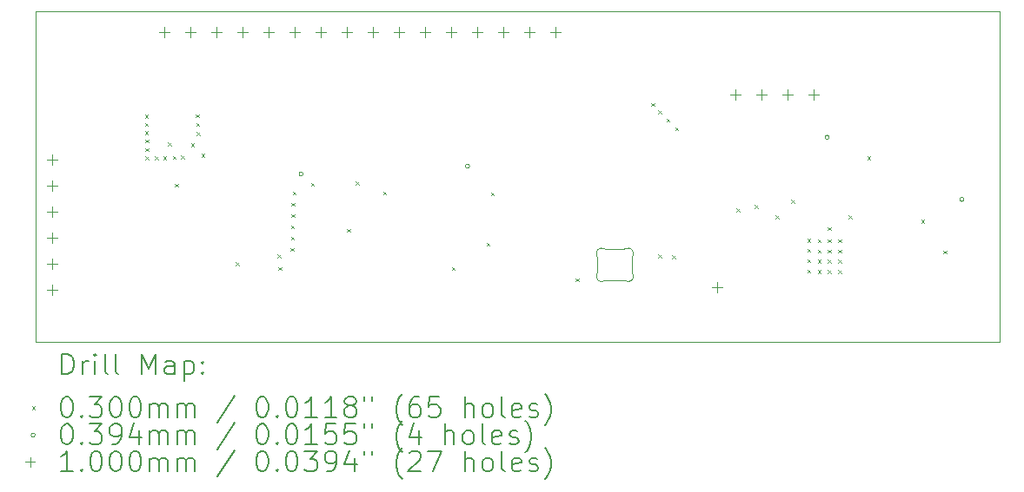
<source format=gbr>
%TF.GenerationSoftware,KiCad,Pcbnew,8.0.1*%
%TF.CreationDate,2024-04-21T21:17:50-05:00*%
%TF.ProjectId,uC_test_PCB,75435f74-6573-4745-9f50-43422e6b6963,rev?*%
%TF.SameCoordinates,Original*%
%TF.FileFunction,Drillmap*%
%TF.FilePolarity,Positive*%
%FSLAX45Y45*%
G04 Gerber Fmt 4.5, Leading zero omitted, Abs format (unit mm)*
G04 Created by KiCad (PCBNEW 8.0.1) date 2024-04-21 21:17:50*
%MOMM*%
%LPD*%
G01*
G04 APERTURE LIST*
%ADD10C,0.050000*%
%ADD11C,0.100000*%
%ADD12C,0.200000*%
G04 APERTURE END LIST*
D10*
X10378440Y-9829800D02*
X19766280Y-9829800D01*
X19766280Y-13055600D01*
X10378440Y-13055600D01*
X10378440Y-9829800D01*
D11*
X15852648Y-12371811D02*
X15852648Y-12231242D01*
X15943203Y-12151527D02*
X16102093Y-12151527D01*
X16102093Y-12451527D02*
X15943203Y-12451527D01*
X16192648Y-12231242D02*
X16192648Y-12371811D01*
X15847700Y-12209555D02*
G75*
G02*
X15852648Y-12231242I-44982J-21672D01*
G01*
X15847700Y-12209555D02*
G75*
G02*
X15917977Y-12144697I45052J21687D01*
G01*
X15852648Y-12371811D02*
G75*
G02*
X15847700Y-12393499I-50035J8D01*
G01*
X15917977Y-12458356D02*
G75*
G02*
X15847696Y-12393497I-25229J43170D01*
G01*
X15917977Y-12458357D02*
G75*
G02*
X15943203Y-12451527I25216J-43133D01*
G01*
X15943203Y-12151527D02*
G75*
G02*
X15917977Y-12144697I-9J49969D01*
G01*
X16102093Y-12451527D02*
G75*
G02*
X16127319Y-12458357I9J-49967D01*
G01*
X16127319Y-12144697D02*
G75*
G02*
X16102093Y-12151527I-25234J43200D01*
G01*
X16127319Y-12144697D02*
G75*
G02*
X16197596Y-12209555I25229J-43166D01*
G01*
X16192648Y-12231242D02*
G75*
G02*
X16197596Y-12209555I50035J-8D01*
G01*
X16197596Y-12393499D02*
G75*
G02*
X16127319Y-12458357I-45052J-21687D01*
G01*
X16197597Y-12393499D02*
G75*
G02*
X16192648Y-12371811I45015J21679D01*
G01*
D12*
D11*
X11445173Y-10836187D02*
X11475173Y-10866187D01*
X11475173Y-10836187D02*
X11445173Y-10866187D01*
X11445173Y-10917467D02*
X11475173Y-10947467D01*
X11475173Y-10917467D02*
X11445173Y-10947467D01*
X11445173Y-10998747D02*
X11475173Y-11028747D01*
X11475173Y-10998747D02*
X11445173Y-11028747D01*
X11450253Y-11080027D02*
X11480253Y-11110027D01*
X11480253Y-11080027D02*
X11450253Y-11110027D01*
X11450253Y-11161307D02*
X11480253Y-11191307D01*
X11480253Y-11161307D02*
X11450253Y-11191307D01*
X11450253Y-11245127D02*
X11480253Y-11275127D01*
X11480253Y-11245127D02*
X11450253Y-11275127D01*
X11541693Y-11242587D02*
X11571693Y-11272587D01*
X11571693Y-11242587D02*
X11541693Y-11272587D01*
X11622973Y-11245127D02*
X11652973Y-11275127D01*
X11652973Y-11245127D02*
X11622973Y-11275127D01*
X11668693Y-11107967D02*
X11698693Y-11137967D01*
X11698693Y-11107967D02*
X11668693Y-11137967D01*
X11714413Y-11240047D02*
X11744413Y-11270047D01*
X11744413Y-11240047D02*
X11714413Y-11270047D01*
X11737273Y-11509287D02*
X11767273Y-11539287D01*
X11767273Y-11509287D02*
X11737273Y-11539287D01*
X11798233Y-11234967D02*
X11828233Y-11264967D01*
X11828233Y-11234967D02*
X11798233Y-11264967D01*
X11894263Y-11118127D02*
X11924263Y-11148127D01*
X11924263Y-11118127D02*
X11894263Y-11148127D01*
X11940473Y-10831107D02*
X11970473Y-10861107D01*
X11970473Y-10831107D02*
X11940473Y-10861107D01*
X11945553Y-10917467D02*
X11975553Y-10947467D01*
X11975553Y-10917467D02*
X11945553Y-10947467D01*
X11948093Y-11006367D02*
X11978093Y-11036367D01*
X11978093Y-11006367D02*
X11948093Y-11036367D01*
X11994163Y-11218027D02*
X12024163Y-11248027D01*
X12024163Y-11218027D02*
X11994163Y-11248027D01*
X12329400Y-12278600D02*
X12359400Y-12308600D01*
X12359400Y-12278600D02*
X12329400Y-12308600D01*
X12737508Y-12200692D02*
X12767508Y-12230692D01*
X12767508Y-12200692D02*
X12737508Y-12230692D01*
X12745653Y-12322087D02*
X12775653Y-12352087D01*
X12775653Y-12322087D02*
X12745653Y-12352087D01*
X12865033Y-12136667D02*
X12895033Y-12166667D01*
X12895033Y-12136667D02*
X12865033Y-12166667D01*
X12867573Y-11915687D02*
X12897573Y-11945687D01*
X12897573Y-11915687D02*
X12867573Y-11945687D01*
X12867573Y-12027447D02*
X12897573Y-12057447D01*
X12897573Y-12027447D02*
X12867573Y-12057447D01*
X12870113Y-11697247D02*
X12900113Y-11727247D01*
X12900113Y-11697247D02*
X12870113Y-11727247D01*
X12870113Y-11806467D02*
X12900113Y-11836467D01*
X12900113Y-11806467D02*
X12870113Y-11836467D01*
X12885353Y-11588027D02*
X12915353Y-11618027D01*
X12915353Y-11588027D02*
X12885353Y-11618027D01*
X13063153Y-11501667D02*
X13093153Y-11531667D01*
X13093153Y-11501667D02*
X13063153Y-11531667D01*
X13413673Y-11948707D02*
X13443673Y-11978707D01*
X13443673Y-11948707D02*
X13413673Y-11978707D01*
X13497493Y-11490387D02*
X13527493Y-11520387D01*
X13527493Y-11490387D02*
X13497493Y-11520387D01*
X13764193Y-11588027D02*
X13794193Y-11618027D01*
X13794193Y-11588027D02*
X13764193Y-11618027D01*
X14434753Y-12322087D02*
X14464753Y-12352087D01*
X14464753Y-12322087D02*
X14434753Y-12352087D01*
X14773818Y-12087112D02*
X14803818Y-12117112D01*
X14803818Y-12087112D02*
X14773818Y-12117112D01*
X14815753Y-11593107D02*
X14845753Y-11623107D01*
X14845753Y-11593107D02*
X14815753Y-11623107D01*
X15639973Y-12433027D02*
X15669973Y-12463027D01*
X15669973Y-12433027D02*
X15639973Y-12463027D01*
X16375313Y-10724427D02*
X16405313Y-10754427D01*
X16405313Y-10724427D02*
X16375313Y-10754427D01*
X16444200Y-12202400D02*
X16474200Y-12232400D01*
X16474200Y-12202400D02*
X16444200Y-12232400D01*
X16446433Y-10793007D02*
X16476433Y-10823007D01*
X16476433Y-10793007D02*
X16446433Y-10823007D01*
X16526443Y-10875557D02*
X16556443Y-10905557D01*
X16556443Y-10875557D02*
X16526443Y-10905557D01*
X16578723Y-12210327D02*
X16608723Y-12240327D01*
X16608723Y-12210327D02*
X16578723Y-12240327D01*
X16611533Y-10958107D02*
X16641533Y-10988107D01*
X16641533Y-10958107D02*
X16611533Y-10988107D01*
X17207173Y-11753127D02*
X17237173Y-11783127D01*
X17237173Y-11753127D02*
X17207173Y-11783127D01*
X17384000Y-11719800D02*
X17414000Y-11749800D01*
X17414000Y-11719800D02*
X17384000Y-11749800D01*
X17587200Y-11821400D02*
X17617200Y-11851400D01*
X17617200Y-11821400D02*
X17587200Y-11851400D01*
X17739600Y-11669000D02*
X17769600Y-11699000D01*
X17769600Y-11669000D02*
X17739600Y-11699000D01*
X17896773Y-12046827D02*
X17926773Y-12076827D01*
X17926773Y-12046827D02*
X17896773Y-12076827D01*
X17896773Y-12146827D02*
X17926773Y-12176827D01*
X17926773Y-12146827D02*
X17896773Y-12176827D01*
X17896773Y-12246827D02*
X17926773Y-12276827D01*
X17926773Y-12246827D02*
X17896773Y-12276827D01*
X17896773Y-12346827D02*
X17926773Y-12376827D01*
X17926773Y-12346827D02*
X17896773Y-12376827D01*
X17997873Y-12052132D02*
X18027873Y-12082132D01*
X18027873Y-12052132D02*
X17997873Y-12082132D01*
X17997873Y-12152132D02*
X18027873Y-12182132D01*
X18027873Y-12152132D02*
X17997873Y-12182132D01*
X17997873Y-12252132D02*
X18027873Y-12282132D01*
X18027873Y-12252132D02*
X17997873Y-12282132D01*
X17997873Y-12352132D02*
X18027873Y-12382132D01*
X18027873Y-12352132D02*
X17997873Y-12382132D01*
X18097873Y-11932142D02*
X18127873Y-11962142D01*
X18127873Y-11932142D02*
X18097873Y-11962142D01*
X18097873Y-12052132D02*
X18127873Y-12082132D01*
X18127873Y-12052132D02*
X18097873Y-12082132D01*
X18097873Y-12152132D02*
X18127873Y-12182132D01*
X18127873Y-12152132D02*
X18097873Y-12182132D01*
X18097873Y-12252132D02*
X18127873Y-12282132D01*
X18127873Y-12252132D02*
X18097873Y-12282132D01*
X18097873Y-12352132D02*
X18127873Y-12382132D01*
X18127873Y-12352132D02*
X18097873Y-12382132D01*
X18197873Y-12052132D02*
X18227873Y-12082132D01*
X18227873Y-12052132D02*
X18197873Y-12082132D01*
X18197873Y-12152132D02*
X18227873Y-12182132D01*
X18227873Y-12152132D02*
X18197873Y-12182132D01*
X18197873Y-12252132D02*
X18227873Y-12282132D01*
X18227873Y-12252132D02*
X18197873Y-12282132D01*
X18197873Y-12352132D02*
X18227873Y-12382132D01*
X18227873Y-12352132D02*
X18197873Y-12382132D01*
X18298400Y-11821400D02*
X18328400Y-11851400D01*
X18328400Y-11821400D02*
X18298400Y-11851400D01*
X18480973Y-11245127D02*
X18510973Y-11275127D01*
X18510973Y-11245127D02*
X18480973Y-11275127D01*
X19006753Y-11859807D02*
X19036753Y-11889807D01*
X19036753Y-11859807D02*
X19006753Y-11889807D01*
X19219480Y-12161760D02*
X19249480Y-12191760D01*
X19249480Y-12161760D02*
X19219480Y-12191760D01*
X12986078Y-11415067D02*
G75*
G02*
X12946708Y-11415067I-19685J0D01*
G01*
X12946708Y-11415067D02*
G75*
G02*
X12986078Y-11415067I19685J0D01*
G01*
X14606598Y-11338867D02*
G75*
G02*
X14567228Y-11338867I-19685J0D01*
G01*
X14567228Y-11338867D02*
G75*
G02*
X14606598Y-11338867I19685J0D01*
G01*
X18109258Y-11056927D02*
G75*
G02*
X18069888Y-11056927I-19685J0D01*
G01*
X18069888Y-11056927D02*
G75*
G02*
X18109258Y-11056927I19685J0D01*
G01*
X19422438Y-11663987D02*
G75*
G02*
X19383068Y-11663987I-19685J0D01*
G01*
X19383068Y-11663987D02*
G75*
G02*
X19422438Y-11663987I19685J0D01*
G01*
X10541000Y-11227600D02*
X10541000Y-11327600D01*
X10491000Y-11277600D02*
X10591000Y-11277600D01*
X10541000Y-11481600D02*
X10541000Y-11581600D01*
X10491000Y-11531600D02*
X10591000Y-11531600D01*
X10541000Y-11735600D02*
X10541000Y-11835600D01*
X10491000Y-11785600D02*
X10591000Y-11785600D01*
X10541000Y-11989600D02*
X10541000Y-12089600D01*
X10491000Y-12039600D02*
X10591000Y-12039600D01*
X10541000Y-12243600D02*
X10541000Y-12343600D01*
X10491000Y-12293600D02*
X10591000Y-12293600D01*
X10541000Y-12497600D02*
X10541000Y-12597600D01*
X10491000Y-12547600D02*
X10591000Y-12547600D01*
X11633200Y-9983000D02*
X11633200Y-10083000D01*
X11583200Y-10033000D02*
X11683200Y-10033000D01*
X11887200Y-9983000D02*
X11887200Y-10083000D01*
X11837200Y-10033000D02*
X11937200Y-10033000D01*
X12141200Y-9983000D02*
X12141200Y-10083000D01*
X12091200Y-10033000D02*
X12191200Y-10033000D01*
X12395200Y-9983000D02*
X12395200Y-10083000D01*
X12345200Y-10033000D02*
X12445200Y-10033000D01*
X12649200Y-9983000D02*
X12649200Y-10083000D01*
X12599200Y-10033000D02*
X12699200Y-10033000D01*
X12903200Y-9983000D02*
X12903200Y-10083000D01*
X12853200Y-10033000D02*
X12953200Y-10033000D01*
X13157200Y-9983000D02*
X13157200Y-10083000D01*
X13107200Y-10033000D02*
X13207200Y-10033000D01*
X13411200Y-9983000D02*
X13411200Y-10083000D01*
X13361200Y-10033000D02*
X13461200Y-10033000D01*
X13665200Y-9983000D02*
X13665200Y-10083000D01*
X13615200Y-10033000D02*
X13715200Y-10033000D01*
X13919200Y-9983000D02*
X13919200Y-10083000D01*
X13869200Y-10033000D02*
X13969200Y-10033000D01*
X14173200Y-9983000D02*
X14173200Y-10083000D01*
X14123200Y-10033000D02*
X14223200Y-10033000D01*
X14427200Y-9983000D02*
X14427200Y-10083000D01*
X14377200Y-10033000D02*
X14477200Y-10033000D01*
X14681200Y-9983000D02*
X14681200Y-10083000D01*
X14631200Y-10033000D02*
X14731200Y-10033000D01*
X14935200Y-9983000D02*
X14935200Y-10083000D01*
X14885200Y-10033000D02*
X14985200Y-10033000D01*
X15189200Y-9983000D02*
X15189200Y-10083000D01*
X15139200Y-10033000D02*
X15239200Y-10033000D01*
X15443200Y-9983000D02*
X15443200Y-10083000D01*
X15393200Y-10033000D02*
X15493200Y-10033000D01*
X17018000Y-12472200D02*
X17018000Y-12572200D01*
X16968000Y-12522200D02*
X17068000Y-12522200D01*
X17195800Y-10592600D02*
X17195800Y-10692600D01*
X17145800Y-10642600D02*
X17245800Y-10642600D01*
X17449800Y-10592600D02*
X17449800Y-10692600D01*
X17399800Y-10642600D02*
X17499800Y-10642600D01*
X17703800Y-10592600D02*
X17703800Y-10692600D01*
X17653800Y-10642600D02*
X17753800Y-10642600D01*
X17957800Y-10592600D02*
X17957800Y-10692600D01*
X17907800Y-10642600D02*
X18007800Y-10642600D01*
D12*
X10636717Y-13369584D02*
X10636717Y-13169584D01*
X10636717Y-13169584D02*
X10684336Y-13169584D01*
X10684336Y-13169584D02*
X10712907Y-13179108D01*
X10712907Y-13179108D02*
X10731955Y-13198155D01*
X10731955Y-13198155D02*
X10741479Y-13217203D01*
X10741479Y-13217203D02*
X10751003Y-13255298D01*
X10751003Y-13255298D02*
X10751003Y-13283869D01*
X10751003Y-13283869D02*
X10741479Y-13321965D01*
X10741479Y-13321965D02*
X10731955Y-13341012D01*
X10731955Y-13341012D02*
X10712907Y-13360060D01*
X10712907Y-13360060D02*
X10684336Y-13369584D01*
X10684336Y-13369584D02*
X10636717Y-13369584D01*
X10836717Y-13369584D02*
X10836717Y-13236250D01*
X10836717Y-13274346D02*
X10846241Y-13255298D01*
X10846241Y-13255298D02*
X10855764Y-13245774D01*
X10855764Y-13245774D02*
X10874812Y-13236250D01*
X10874812Y-13236250D02*
X10893860Y-13236250D01*
X10960526Y-13369584D02*
X10960526Y-13236250D01*
X10960526Y-13169584D02*
X10951003Y-13179108D01*
X10951003Y-13179108D02*
X10960526Y-13188631D01*
X10960526Y-13188631D02*
X10970050Y-13179108D01*
X10970050Y-13179108D02*
X10960526Y-13169584D01*
X10960526Y-13169584D02*
X10960526Y-13188631D01*
X11084336Y-13369584D02*
X11065288Y-13360060D01*
X11065288Y-13360060D02*
X11055764Y-13341012D01*
X11055764Y-13341012D02*
X11055764Y-13169584D01*
X11189098Y-13369584D02*
X11170050Y-13360060D01*
X11170050Y-13360060D02*
X11160526Y-13341012D01*
X11160526Y-13341012D02*
X11160526Y-13169584D01*
X11417669Y-13369584D02*
X11417669Y-13169584D01*
X11417669Y-13169584D02*
X11484336Y-13312441D01*
X11484336Y-13312441D02*
X11551002Y-13169584D01*
X11551002Y-13169584D02*
X11551002Y-13369584D01*
X11731955Y-13369584D02*
X11731955Y-13264822D01*
X11731955Y-13264822D02*
X11722431Y-13245774D01*
X11722431Y-13245774D02*
X11703383Y-13236250D01*
X11703383Y-13236250D02*
X11665288Y-13236250D01*
X11665288Y-13236250D02*
X11646241Y-13245774D01*
X11731955Y-13360060D02*
X11712907Y-13369584D01*
X11712907Y-13369584D02*
X11665288Y-13369584D01*
X11665288Y-13369584D02*
X11646241Y-13360060D01*
X11646241Y-13360060D02*
X11636717Y-13341012D01*
X11636717Y-13341012D02*
X11636717Y-13321965D01*
X11636717Y-13321965D02*
X11646241Y-13302917D01*
X11646241Y-13302917D02*
X11665288Y-13293393D01*
X11665288Y-13293393D02*
X11712907Y-13293393D01*
X11712907Y-13293393D02*
X11731955Y-13283869D01*
X11827193Y-13236250D02*
X11827193Y-13436250D01*
X11827193Y-13245774D02*
X11846241Y-13236250D01*
X11846241Y-13236250D02*
X11884336Y-13236250D01*
X11884336Y-13236250D02*
X11903383Y-13245774D01*
X11903383Y-13245774D02*
X11912907Y-13255298D01*
X11912907Y-13255298D02*
X11922431Y-13274346D01*
X11922431Y-13274346D02*
X11922431Y-13331488D01*
X11922431Y-13331488D02*
X11912907Y-13350536D01*
X11912907Y-13350536D02*
X11903383Y-13360060D01*
X11903383Y-13360060D02*
X11884336Y-13369584D01*
X11884336Y-13369584D02*
X11846241Y-13369584D01*
X11846241Y-13369584D02*
X11827193Y-13360060D01*
X12008145Y-13350536D02*
X12017669Y-13360060D01*
X12017669Y-13360060D02*
X12008145Y-13369584D01*
X12008145Y-13369584D02*
X11998622Y-13360060D01*
X11998622Y-13360060D02*
X12008145Y-13350536D01*
X12008145Y-13350536D02*
X12008145Y-13369584D01*
X12008145Y-13245774D02*
X12017669Y-13255298D01*
X12017669Y-13255298D02*
X12008145Y-13264822D01*
X12008145Y-13264822D02*
X11998622Y-13255298D01*
X11998622Y-13255298D02*
X12008145Y-13245774D01*
X12008145Y-13245774D02*
X12008145Y-13264822D01*
D11*
X10345940Y-13683100D02*
X10375940Y-13713100D01*
X10375940Y-13683100D02*
X10345940Y-13713100D01*
D12*
X10674812Y-13589584D02*
X10693860Y-13589584D01*
X10693860Y-13589584D02*
X10712907Y-13599108D01*
X10712907Y-13599108D02*
X10722431Y-13608631D01*
X10722431Y-13608631D02*
X10731955Y-13627679D01*
X10731955Y-13627679D02*
X10741479Y-13665774D01*
X10741479Y-13665774D02*
X10741479Y-13713393D01*
X10741479Y-13713393D02*
X10731955Y-13751488D01*
X10731955Y-13751488D02*
X10722431Y-13770536D01*
X10722431Y-13770536D02*
X10712907Y-13780060D01*
X10712907Y-13780060D02*
X10693860Y-13789584D01*
X10693860Y-13789584D02*
X10674812Y-13789584D01*
X10674812Y-13789584D02*
X10655764Y-13780060D01*
X10655764Y-13780060D02*
X10646241Y-13770536D01*
X10646241Y-13770536D02*
X10636717Y-13751488D01*
X10636717Y-13751488D02*
X10627193Y-13713393D01*
X10627193Y-13713393D02*
X10627193Y-13665774D01*
X10627193Y-13665774D02*
X10636717Y-13627679D01*
X10636717Y-13627679D02*
X10646241Y-13608631D01*
X10646241Y-13608631D02*
X10655764Y-13599108D01*
X10655764Y-13599108D02*
X10674812Y-13589584D01*
X10827193Y-13770536D02*
X10836717Y-13780060D01*
X10836717Y-13780060D02*
X10827193Y-13789584D01*
X10827193Y-13789584D02*
X10817669Y-13780060D01*
X10817669Y-13780060D02*
X10827193Y-13770536D01*
X10827193Y-13770536D02*
X10827193Y-13789584D01*
X10903384Y-13589584D02*
X11027193Y-13589584D01*
X11027193Y-13589584D02*
X10960526Y-13665774D01*
X10960526Y-13665774D02*
X10989098Y-13665774D01*
X10989098Y-13665774D02*
X11008145Y-13675298D01*
X11008145Y-13675298D02*
X11017669Y-13684822D01*
X11017669Y-13684822D02*
X11027193Y-13703869D01*
X11027193Y-13703869D02*
X11027193Y-13751488D01*
X11027193Y-13751488D02*
X11017669Y-13770536D01*
X11017669Y-13770536D02*
X11008145Y-13780060D01*
X11008145Y-13780060D02*
X10989098Y-13789584D01*
X10989098Y-13789584D02*
X10931955Y-13789584D01*
X10931955Y-13789584D02*
X10912907Y-13780060D01*
X10912907Y-13780060D02*
X10903384Y-13770536D01*
X11151003Y-13589584D02*
X11170050Y-13589584D01*
X11170050Y-13589584D02*
X11189098Y-13599108D01*
X11189098Y-13599108D02*
X11198622Y-13608631D01*
X11198622Y-13608631D02*
X11208145Y-13627679D01*
X11208145Y-13627679D02*
X11217669Y-13665774D01*
X11217669Y-13665774D02*
X11217669Y-13713393D01*
X11217669Y-13713393D02*
X11208145Y-13751488D01*
X11208145Y-13751488D02*
X11198622Y-13770536D01*
X11198622Y-13770536D02*
X11189098Y-13780060D01*
X11189098Y-13780060D02*
X11170050Y-13789584D01*
X11170050Y-13789584D02*
X11151003Y-13789584D01*
X11151003Y-13789584D02*
X11131955Y-13780060D01*
X11131955Y-13780060D02*
X11122431Y-13770536D01*
X11122431Y-13770536D02*
X11112907Y-13751488D01*
X11112907Y-13751488D02*
X11103384Y-13713393D01*
X11103384Y-13713393D02*
X11103384Y-13665774D01*
X11103384Y-13665774D02*
X11112907Y-13627679D01*
X11112907Y-13627679D02*
X11122431Y-13608631D01*
X11122431Y-13608631D02*
X11131955Y-13599108D01*
X11131955Y-13599108D02*
X11151003Y-13589584D01*
X11341479Y-13589584D02*
X11360526Y-13589584D01*
X11360526Y-13589584D02*
X11379574Y-13599108D01*
X11379574Y-13599108D02*
X11389098Y-13608631D01*
X11389098Y-13608631D02*
X11398622Y-13627679D01*
X11398622Y-13627679D02*
X11408145Y-13665774D01*
X11408145Y-13665774D02*
X11408145Y-13713393D01*
X11408145Y-13713393D02*
X11398622Y-13751488D01*
X11398622Y-13751488D02*
X11389098Y-13770536D01*
X11389098Y-13770536D02*
X11379574Y-13780060D01*
X11379574Y-13780060D02*
X11360526Y-13789584D01*
X11360526Y-13789584D02*
X11341479Y-13789584D01*
X11341479Y-13789584D02*
X11322431Y-13780060D01*
X11322431Y-13780060D02*
X11312907Y-13770536D01*
X11312907Y-13770536D02*
X11303383Y-13751488D01*
X11303383Y-13751488D02*
X11293860Y-13713393D01*
X11293860Y-13713393D02*
X11293860Y-13665774D01*
X11293860Y-13665774D02*
X11303383Y-13627679D01*
X11303383Y-13627679D02*
X11312907Y-13608631D01*
X11312907Y-13608631D02*
X11322431Y-13599108D01*
X11322431Y-13599108D02*
X11341479Y-13589584D01*
X11493860Y-13789584D02*
X11493860Y-13656250D01*
X11493860Y-13675298D02*
X11503383Y-13665774D01*
X11503383Y-13665774D02*
X11522431Y-13656250D01*
X11522431Y-13656250D02*
X11551003Y-13656250D01*
X11551003Y-13656250D02*
X11570050Y-13665774D01*
X11570050Y-13665774D02*
X11579574Y-13684822D01*
X11579574Y-13684822D02*
X11579574Y-13789584D01*
X11579574Y-13684822D02*
X11589098Y-13665774D01*
X11589098Y-13665774D02*
X11608145Y-13656250D01*
X11608145Y-13656250D02*
X11636717Y-13656250D01*
X11636717Y-13656250D02*
X11655764Y-13665774D01*
X11655764Y-13665774D02*
X11665288Y-13684822D01*
X11665288Y-13684822D02*
X11665288Y-13789584D01*
X11760526Y-13789584D02*
X11760526Y-13656250D01*
X11760526Y-13675298D02*
X11770050Y-13665774D01*
X11770050Y-13665774D02*
X11789098Y-13656250D01*
X11789098Y-13656250D02*
X11817669Y-13656250D01*
X11817669Y-13656250D02*
X11836717Y-13665774D01*
X11836717Y-13665774D02*
X11846241Y-13684822D01*
X11846241Y-13684822D02*
X11846241Y-13789584D01*
X11846241Y-13684822D02*
X11855764Y-13665774D01*
X11855764Y-13665774D02*
X11874812Y-13656250D01*
X11874812Y-13656250D02*
X11903383Y-13656250D01*
X11903383Y-13656250D02*
X11922431Y-13665774D01*
X11922431Y-13665774D02*
X11931955Y-13684822D01*
X11931955Y-13684822D02*
X11931955Y-13789584D01*
X12322431Y-13580060D02*
X12151003Y-13837203D01*
X12579574Y-13589584D02*
X12598622Y-13589584D01*
X12598622Y-13589584D02*
X12617669Y-13599108D01*
X12617669Y-13599108D02*
X12627193Y-13608631D01*
X12627193Y-13608631D02*
X12636717Y-13627679D01*
X12636717Y-13627679D02*
X12646241Y-13665774D01*
X12646241Y-13665774D02*
X12646241Y-13713393D01*
X12646241Y-13713393D02*
X12636717Y-13751488D01*
X12636717Y-13751488D02*
X12627193Y-13770536D01*
X12627193Y-13770536D02*
X12617669Y-13780060D01*
X12617669Y-13780060D02*
X12598622Y-13789584D01*
X12598622Y-13789584D02*
X12579574Y-13789584D01*
X12579574Y-13789584D02*
X12560526Y-13780060D01*
X12560526Y-13780060D02*
X12551003Y-13770536D01*
X12551003Y-13770536D02*
X12541479Y-13751488D01*
X12541479Y-13751488D02*
X12531955Y-13713393D01*
X12531955Y-13713393D02*
X12531955Y-13665774D01*
X12531955Y-13665774D02*
X12541479Y-13627679D01*
X12541479Y-13627679D02*
X12551003Y-13608631D01*
X12551003Y-13608631D02*
X12560526Y-13599108D01*
X12560526Y-13599108D02*
X12579574Y-13589584D01*
X12731955Y-13770536D02*
X12741479Y-13780060D01*
X12741479Y-13780060D02*
X12731955Y-13789584D01*
X12731955Y-13789584D02*
X12722431Y-13780060D01*
X12722431Y-13780060D02*
X12731955Y-13770536D01*
X12731955Y-13770536D02*
X12731955Y-13789584D01*
X12865288Y-13589584D02*
X12884336Y-13589584D01*
X12884336Y-13589584D02*
X12903384Y-13599108D01*
X12903384Y-13599108D02*
X12912907Y-13608631D01*
X12912907Y-13608631D02*
X12922431Y-13627679D01*
X12922431Y-13627679D02*
X12931955Y-13665774D01*
X12931955Y-13665774D02*
X12931955Y-13713393D01*
X12931955Y-13713393D02*
X12922431Y-13751488D01*
X12922431Y-13751488D02*
X12912907Y-13770536D01*
X12912907Y-13770536D02*
X12903384Y-13780060D01*
X12903384Y-13780060D02*
X12884336Y-13789584D01*
X12884336Y-13789584D02*
X12865288Y-13789584D01*
X12865288Y-13789584D02*
X12846241Y-13780060D01*
X12846241Y-13780060D02*
X12836717Y-13770536D01*
X12836717Y-13770536D02*
X12827193Y-13751488D01*
X12827193Y-13751488D02*
X12817669Y-13713393D01*
X12817669Y-13713393D02*
X12817669Y-13665774D01*
X12817669Y-13665774D02*
X12827193Y-13627679D01*
X12827193Y-13627679D02*
X12836717Y-13608631D01*
X12836717Y-13608631D02*
X12846241Y-13599108D01*
X12846241Y-13599108D02*
X12865288Y-13589584D01*
X13122431Y-13789584D02*
X13008146Y-13789584D01*
X13065288Y-13789584D02*
X13065288Y-13589584D01*
X13065288Y-13589584D02*
X13046241Y-13618155D01*
X13046241Y-13618155D02*
X13027193Y-13637203D01*
X13027193Y-13637203D02*
X13008146Y-13646727D01*
X13312907Y-13789584D02*
X13198622Y-13789584D01*
X13255765Y-13789584D02*
X13255765Y-13589584D01*
X13255765Y-13589584D02*
X13236717Y-13618155D01*
X13236717Y-13618155D02*
X13217669Y-13637203D01*
X13217669Y-13637203D02*
X13198622Y-13646727D01*
X13427193Y-13675298D02*
X13408146Y-13665774D01*
X13408146Y-13665774D02*
X13398622Y-13656250D01*
X13398622Y-13656250D02*
X13389098Y-13637203D01*
X13389098Y-13637203D02*
X13389098Y-13627679D01*
X13389098Y-13627679D02*
X13398622Y-13608631D01*
X13398622Y-13608631D02*
X13408146Y-13599108D01*
X13408146Y-13599108D02*
X13427193Y-13589584D01*
X13427193Y-13589584D02*
X13465288Y-13589584D01*
X13465288Y-13589584D02*
X13484336Y-13599108D01*
X13484336Y-13599108D02*
X13493860Y-13608631D01*
X13493860Y-13608631D02*
X13503384Y-13627679D01*
X13503384Y-13627679D02*
X13503384Y-13637203D01*
X13503384Y-13637203D02*
X13493860Y-13656250D01*
X13493860Y-13656250D02*
X13484336Y-13665774D01*
X13484336Y-13665774D02*
X13465288Y-13675298D01*
X13465288Y-13675298D02*
X13427193Y-13675298D01*
X13427193Y-13675298D02*
X13408146Y-13684822D01*
X13408146Y-13684822D02*
X13398622Y-13694346D01*
X13398622Y-13694346D02*
X13389098Y-13713393D01*
X13389098Y-13713393D02*
X13389098Y-13751488D01*
X13389098Y-13751488D02*
X13398622Y-13770536D01*
X13398622Y-13770536D02*
X13408146Y-13780060D01*
X13408146Y-13780060D02*
X13427193Y-13789584D01*
X13427193Y-13789584D02*
X13465288Y-13789584D01*
X13465288Y-13789584D02*
X13484336Y-13780060D01*
X13484336Y-13780060D02*
X13493860Y-13770536D01*
X13493860Y-13770536D02*
X13503384Y-13751488D01*
X13503384Y-13751488D02*
X13503384Y-13713393D01*
X13503384Y-13713393D02*
X13493860Y-13694346D01*
X13493860Y-13694346D02*
X13484336Y-13684822D01*
X13484336Y-13684822D02*
X13465288Y-13675298D01*
X13579574Y-13589584D02*
X13579574Y-13627679D01*
X13655765Y-13589584D02*
X13655765Y-13627679D01*
X13951003Y-13865774D02*
X13941479Y-13856250D01*
X13941479Y-13856250D02*
X13922431Y-13827679D01*
X13922431Y-13827679D02*
X13912908Y-13808631D01*
X13912908Y-13808631D02*
X13903384Y-13780060D01*
X13903384Y-13780060D02*
X13893860Y-13732441D01*
X13893860Y-13732441D02*
X13893860Y-13694346D01*
X13893860Y-13694346D02*
X13903384Y-13646727D01*
X13903384Y-13646727D02*
X13912908Y-13618155D01*
X13912908Y-13618155D02*
X13922431Y-13599108D01*
X13922431Y-13599108D02*
X13941479Y-13570536D01*
X13941479Y-13570536D02*
X13951003Y-13561012D01*
X14112908Y-13589584D02*
X14074812Y-13589584D01*
X14074812Y-13589584D02*
X14055765Y-13599108D01*
X14055765Y-13599108D02*
X14046241Y-13608631D01*
X14046241Y-13608631D02*
X14027193Y-13637203D01*
X14027193Y-13637203D02*
X14017669Y-13675298D01*
X14017669Y-13675298D02*
X14017669Y-13751488D01*
X14017669Y-13751488D02*
X14027193Y-13770536D01*
X14027193Y-13770536D02*
X14036717Y-13780060D01*
X14036717Y-13780060D02*
X14055765Y-13789584D01*
X14055765Y-13789584D02*
X14093860Y-13789584D01*
X14093860Y-13789584D02*
X14112908Y-13780060D01*
X14112908Y-13780060D02*
X14122431Y-13770536D01*
X14122431Y-13770536D02*
X14131955Y-13751488D01*
X14131955Y-13751488D02*
X14131955Y-13703869D01*
X14131955Y-13703869D02*
X14122431Y-13684822D01*
X14122431Y-13684822D02*
X14112908Y-13675298D01*
X14112908Y-13675298D02*
X14093860Y-13665774D01*
X14093860Y-13665774D02*
X14055765Y-13665774D01*
X14055765Y-13665774D02*
X14036717Y-13675298D01*
X14036717Y-13675298D02*
X14027193Y-13684822D01*
X14027193Y-13684822D02*
X14017669Y-13703869D01*
X14312908Y-13589584D02*
X14217669Y-13589584D01*
X14217669Y-13589584D02*
X14208146Y-13684822D01*
X14208146Y-13684822D02*
X14217669Y-13675298D01*
X14217669Y-13675298D02*
X14236717Y-13665774D01*
X14236717Y-13665774D02*
X14284336Y-13665774D01*
X14284336Y-13665774D02*
X14303384Y-13675298D01*
X14303384Y-13675298D02*
X14312908Y-13684822D01*
X14312908Y-13684822D02*
X14322431Y-13703869D01*
X14322431Y-13703869D02*
X14322431Y-13751488D01*
X14322431Y-13751488D02*
X14312908Y-13770536D01*
X14312908Y-13770536D02*
X14303384Y-13780060D01*
X14303384Y-13780060D02*
X14284336Y-13789584D01*
X14284336Y-13789584D02*
X14236717Y-13789584D01*
X14236717Y-13789584D02*
X14217669Y-13780060D01*
X14217669Y-13780060D02*
X14208146Y-13770536D01*
X14560527Y-13789584D02*
X14560527Y-13589584D01*
X14646241Y-13789584D02*
X14646241Y-13684822D01*
X14646241Y-13684822D02*
X14636717Y-13665774D01*
X14636717Y-13665774D02*
X14617670Y-13656250D01*
X14617670Y-13656250D02*
X14589098Y-13656250D01*
X14589098Y-13656250D02*
X14570050Y-13665774D01*
X14570050Y-13665774D02*
X14560527Y-13675298D01*
X14770050Y-13789584D02*
X14751003Y-13780060D01*
X14751003Y-13780060D02*
X14741479Y-13770536D01*
X14741479Y-13770536D02*
X14731955Y-13751488D01*
X14731955Y-13751488D02*
X14731955Y-13694346D01*
X14731955Y-13694346D02*
X14741479Y-13675298D01*
X14741479Y-13675298D02*
X14751003Y-13665774D01*
X14751003Y-13665774D02*
X14770050Y-13656250D01*
X14770050Y-13656250D02*
X14798622Y-13656250D01*
X14798622Y-13656250D02*
X14817670Y-13665774D01*
X14817670Y-13665774D02*
X14827193Y-13675298D01*
X14827193Y-13675298D02*
X14836717Y-13694346D01*
X14836717Y-13694346D02*
X14836717Y-13751488D01*
X14836717Y-13751488D02*
X14827193Y-13770536D01*
X14827193Y-13770536D02*
X14817670Y-13780060D01*
X14817670Y-13780060D02*
X14798622Y-13789584D01*
X14798622Y-13789584D02*
X14770050Y-13789584D01*
X14951003Y-13789584D02*
X14931955Y-13780060D01*
X14931955Y-13780060D02*
X14922431Y-13761012D01*
X14922431Y-13761012D02*
X14922431Y-13589584D01*
X15103384Y-13780060D02*
X15084336Y-13789584D01*
X15084336Y-13789584D02*
X15046241Y-13789584D01*
X15046241Y-13789584D02*
X15027193Y-13780060D01*
X15027193Y-13780060D02*
X15017670Y-13761012D01*
X15017670Y-13761012D02*
X15017670Y-13684822D01*
X15017670Y-13684822D02*
X15027193Y-13665774D01*
X15027193Y-13665774D02*
X15046241Y-13656250D01*
X15046241Y-13656250D02*
X15084336Y-13656250D01*
X15084336Y-13656250D02*
X15103384Y-13665774D01*
X15103384Y-13665774D02*
X15112908Y-13684822D01*
X15112908Y-13684822D02*
X15112908Y-13703869D01*
X15112908Y-13703869D02*
X15017670Y-13722917D01*
X15189098Y-13780060D02*
X15208146Y-13789584D01*
X15208146Y-13789584D02*
X15246241Y-13789584D01*
X15246241Y-13789584D02*
X15265289Y-13780060D01*
X15265289Y-13780060D02*
X15274812Y-13761012D01*
X15274812Y-13761012D02*
X15274812Y-13751488D01*
X15274812Y-13751488D02*
X15265289Y-13732441D01*
X15265289Y-13732441D02*
X15246241Y-13722917D01*
X15246241Y-13722917D02*
X15217670Y-13722917D01*
X15217670Y-13722917D02*
X15198622Y-13713393D01*
X15198622Y-13713393D02*
X15189098Y-13694346D01*
X15189098Y-13694346D02*
X15189098Y-13684822D01*
X15189098Y-13684822D02*
X15198622Y-13665774D01*
X15198622Y-13665774D02*
X15217670Y-13656250D01*
X15217670Y-13656250D02*
X15246241Y-13656250D01*
X15246241Y-13656250D02*
X15265289Y-13665774D01*
X15341479Y-13865774D02*
X15351003Y-13856250D01*
X15351003Y-13856250D02*
X15370051Y-13827679D01*
X15370051Y-13827679D02*
X15379574Y-13808631D01*
X15379574Y-13808631D02*
X15389098Y-13780060D01*
X15389098Y-13780060D02*
X15398622Y-13732441D01*
X15398622Y-13732441D02*
X15398622Y-13694346D01*
X15398622Y-13694346D02*
X15389098Y-13646727D01*
X15389098Y-13646727D02*
X15379574Y-13618155D01*
X15379574Y-13618155D02*
X15370051Y-13599108D01*
X15370051Y-13599108D02*
X15351003Y-13570536D01*
X15351003Y-13570536D02*
X15341479Y-13561012D01*
D11*
X10375940Y-13962100D02*
G75*
G02*
X10336570Y-13962100I-19685J0D01*
G01*
X10336570Y-13962100D02*
G75*
G02*
X10375940Y-13962100I19685J0D01*
G01*
D12*
X10674812Y-13853584D02*
X10693860Y-13853584D01*
X10693860Y-13853584D02*
X10712907Y-13863108D01*
X10712907Y-13863108D02*
X10722431Y-13872631D01*
X10722431Y-13872631D02*
X10731955Y-13891679D01*
X10731955Y-13891679D02*
X10741479Y-13929774D01*
X10741479Y-13929774D02*
X10741479Y-13977393D01*
X10741479Y-13977393D02*
X10731955Y-14015488D01*
X10731955Y-14015488D02*
X10722431Y-14034536D01*
X10722431Y-14034536D02*
X10712907Y-14044060D01*
X10712907Y-14044060D02*
X10693860Y-14053584D01*
X10693860Y-14053584D02*
X10674812Y-14053584D01*
X10674812Y-14053584D02*
X10655764Y-14044060D01*
X10655764Y-14044060D02*
X10646241Y-14034536D01*
X10646241Y-14034536D02*
X10636717Y-14015488D01*
X10636717Y-14015488D02*
X10627193Y-13977393D01*
X10627193Y-13977393D02*
X10627193Y-13929774D01*
X10627193Y-13929774D02*
X10636717Y-13891679D01*
X10636717Y-13891679D02*
X10646241Y-13872631D01*
X10646241Y-13872631D02*
X10655764Y-13863108D01*
X10655764Y-13863108D02*
X10674812Y-13853584D01*
X10827193Y-14034536D02*
X10836717Y-14044060D01*
X10836717Y-14044060D02*
X10827193Y-14053584D01*
X10827193Y-14053584D02*
X10817669Y-14044060D01*
X10817669Y-14044060D02*
X10827193Y-14034536D01*
X10827193Y-14034536D02*
X10827193Y-14053584D01*
X10903384Y-13853584D02*
X11027193Y-13853584D01*
X11027193Y-13853584D02*
X10960526Y-13929774D01*
X10960526Y-13929774D02*
X10989098Y-13929774D01*
X10989098Y-13929774D02*
X11008145Y-13939298D01*
X11008145Y-13939298D02*
X11017669Y-13948822D01*
X11017669Y-13948822D02*
X11027193Y-13967869D01*
X11027193Y-13967869D02*
X11027193Y-14015488D01*
X11027193Y-14015488D02*
X11017669Y-14034536D01*
X11017669Y-14034536D02*
X11008145Y-14044060D01*
X11008145Y-14044060D02*
X10989098Y-14053584D01*
X10989098Y-14053584D02*
X10931955Y-14053584D01*
X10931955Y-14053584D02*
X10912907Y-14044060D01*
X10912907Y-14044060D02*
X10903384Y-14034536D01*
X11122431Y-14053584D02*
X11160526Y-14053584D01*
X11160526Y-14053584D02*
X11179574Y-14044060D01*
X11179574Y-14044060D02*
X11189098Y-14034536D01*
X11189098Y-14034536D02*
X11208145Y-14005965D01*
X11208145Y-14005965D02*
X11217669Y-13967869D01*
X11217669Y-13967869D02*
X11217669Y-13891679D01*
X11217669Y-13891679D02*
X11208145Y-13872631D01*
X11208145Y-13872631D02*
X11198622Y-13863108D01*
X11198622Y-13863108D02*
X11179574Y-13853584D01*
X11179574Y-13853584D02*
X11141479Y-13853584D01*
X11141479Y-13853584D02*
X11122431Y-13863108D01*
X11122431Y-13863108D02*
X11112907Y-13872631D01*
X11112907Y-13872631D02*
X11103384Y-13891679D01*
X11103384Y-13891679D02*
X11103384Y-13939298D01*
X11103384Y-13939298D02*
X11112907Y-13958346D01*
X11112907Y-13958346D02*
X11122431Y-13967869D01*
X11122431Y-13967869D02*
X11141479Y-13977393D01*
X11141479Y-13977393D02*
X11179574Y-13977393D01*
X11179574Y-13977393D02*
X11198622Y-13967869D01*
X11198622Y-13967869D02*
X11208145Y-13958346D01*
X11208145Y-13958346D02*
X11217669Y-13939298D01*
X11389098Y-13920250D02*
X11389098Y-14053584D01*
X11341479Y-13844060D02*
X11293860Y-13986917D01*
X11293860Y-13986917D02*
X11417669Y-13986917D01*
X11493860Y-14053584D02*
X11493860Y-13920250D01*
X11493860Y-13939298D02*
X11503383Y-13929774D01*
X11503383Y-13929774D02*
X11522431Y-13920250D01*
X11522431Y-13920250D02*
X11551003Y-13920250D01*
X11551003Y-13920250D02*
X11570050Y-13929774D01*
X11570050Y-13929774D02*
X11579574Y-13948822D01*
X11579574Y-13948822D02*
X11579574Y-14053584D01*
X11579574Y-13948822D02*
X11589098Y-13929774D01*
X11589098Y-13929774D02*
X11608145Y-13920250D01*
X11608145Y-13920250D02*
X11636717Y-13920250D01*
X11636717Y-13920250D02*
X11655764Y-13929774D01*
X11655764Y-13929774D02*
X11665288Y-13948822D01*
X11665288Y-13948822D02*
X11665288Y-14053584D01*
X11760526Y-14053584D02*
X11760526Y-13920250D01*
X11760526Y-13939298D02*
X11770050Y-13929774D01*
X11770050Y-13929774D02*
X11789098Y-13920250D01*
X11789098Y-13920250D02*
X11817669Y-13920250D01*
X11817669Y-13920250D02*
X11836717Y-13929774D01*
X11836717Y-13929774D02*
X11846241Y-13948822D01*
X11846241Y-13948822D02*
X11846241Y-14053584D01*
X11846241Y-13948822D02*
X11855764Y-13929774D01*
X11855764Y-13929774D02*
X11874812Y-13920250D01*
X11874812Y-13920250D02*
X11903383Y-13920250D01*
X11903383Y-13920250D02*
X11922431Y-13929774D01*
X11922431Y-13929774D02*
X11931955Y-13948822D01*
X11931955Y-13948822D02*
X11931955Y-14053584D01*
X12322431Y-13844060D02*
X12151003Y-14101203D01*
X12579574Y-13853584D02*
X12598622Y-13853584D01*
X12598622Y-13853584D02*
X12617669Y-13863108D01*
X12617669Y-13863108D02*
X12627193Y-13872631D01*
X12627193Y-13872631D02*
X12636717Y-13891679D01*
X12636717Y-13891679D02*
X12646241Y-13929774D01*
X12646241Y-13929774D02*
X12646241Y-13977393D01*
X12646241Y-13977393D02*
X12636717Y-14015488D01*
X12636717Y-14015488D02*
X12627193Y-14034536D01*
X12627193Y-14034536D02*
X12617669Y-14044060D01*
X12617669Y-14044060D02*
X12598622Y-14053584D01*
X12598622Y-14053584D02*
X12579574Y-14053584D01*
X12579574Y-14053584D02*
X12560526Y-14044060D01*
X12560526Y-14044060D02*
X12551003Y-14034536D01*
X12551003Y-14034536D02*
X12541479Y-14015488D01*
X12541479Y-14015488D02*
X12531955Y-13977393D01*
X12531955Y-13977393D02*
X12531955Y-13929774D01*
X12531955Y-13929774D02*
X12541479Y-13891679D01*
X12541479Y-13891679D02*
X12551003Y-13872631D01*
X12551003Y-13872631D02*
X12560526Y-13863108D01*
X12560526Y-13863108D02*
X12579574Y-13853584D01*
X12731955Y-14034536D02*
X12741479Y-14044060D01*
X12741479Y-14044060D02*
X12731955Y-14053584D01*
X12731955Y-14053584D02*
X12722431Y-14044060D01*
X12722431Y-14044060D02*
X12731955Y-14034536D01*
X12731955Y-14034536D02*
X12731955Y-14053584D01*
X12865288Y-13853584D02*
X12884336Y-13853584D01*
X12884336Y-13853584D02*
X12903384Y-13863108D01*
X12903384Y-13863108D02*
X12912907Y-13872631D01*
X12912907Y-13872631D02*
X12922431Y-13891679D01*
X12922431Y-13891679D02*
X12931955Y-13929774D01*
X12931955Y-13929774D02*
X12931955Y-13977393D01*
X12931955Y-13977393D02*
X12922431Y-14015488D01*
X12922431Y-14015488D02*
X12912907Y-14034536D01*
X12912907Y-14034536D02*
X12903384Y-14044060D01*
X12903384Y-14044060D02*
X12884336Y-14053584D01*
X12884336Y-14053584D02*
X12865288Y-14053584D01*
X12865288Y-14053584D02*
X12846241Y-14044060D01*
X12846241Y-14044060D02*
X12836717Y-14034536D01*
X12836717Y-14034536D02*
X12827193Y-14015488D01*
X12827193Y-14015488D02*
X12817669Y-13977393D01*
X12817669Y-13977393D02*
X12817669Y-13929774D01*
X12817669Y-13929774D02*
X12827193Y-13891679D01*
X12827193Y-13891679D02*
X12836717Y-13872631D01*
X12836717Y-13872631D02*
X12846241Y-13863108D01*
X12846241Y-13863108D02*
X12865288Y-13853584D01*
X13122431Y-14053584D02*
X13008146Y-14053584D01*
X13065288Y-14053584D02*
X13065288Y-13853584D01*
X13065288Y-13853584D02*
X13046241Y-13882155D01*
X13046241Y-13882155D02*
X13027193Y-13901203D01*
X13027193Y-13901203D02*
X13008146Y-13910727D01*
X13303384Y-13853584D02*
X13208146Y-13853584D01*
X13208146Y-13853584D02*
X13198622Y-13948822D01*
X13198622Y-13948822D02*
X13208146Y-13939298D01*
X13208146Y-13939298D02*
X13227193Y-13929774D01*
X13227193Y-13929774D02*
X13274812Y-13929774D01*
X13274812Y-13929774D02*
X13293860Y-13939298D01*
X13293860Y-13939298D02*
X13303384Y-13948822D01*
X13303384Y-13948822D02*
X13312907Y-13967869D01*
X13312907Y-13967869D02*
X13312907Y-14015488D01*
X13312907Y-14015488D02*
X13303384Y-14034536D01*
X13303384Y-14034536D02*
X13293860Y-14044060D01*
X13293860Y-14044060D02*
X13274812Y-14053584D01*
X13274812Y-14053584D02*
X13227193Y-14053584D01*
X13227193Y-14053584D02*
X13208146Y-14044060D01*
X13208146Y-14044060D02*
X13198622Y-14034536D01*
X13493860Y-13853584D02*
X13398622Y-13853584D01*
X13398622Y-13853584D02*
X13389098Y-13948822D01*
X13389098Y-13948822D02*
X13398622Y-13939298D01*
X13398622Y-13939298D02*
X13417669Y-13929774D01*
X13417669Y-13929774D02*
X13465288Y-13929774D01*
X13465288Y-13929774D02*
X13484336Y-13939298D01*
X13484336Y-13939298D02*
X13493860Y-13948822D01*
X13493860Y-13948822D02*
X13503384Y-13967869D01*
X13503384Y-13967869D02*
X13503384Y-14015488D01*
X13503384Y-14015488D02*
X13493860Y-14034536D01*
X13493860Y-14034536D02*
X13484336Y-14044060D01*
X13484336Y-14044060D02*
X13465288Y-14053584D01*
X13465288Y-14053584D02*
X13417669Y-14053584D01*
X13417669Y-14053584D02*
X13398622Y-14044060D01*
X13398622Y-14044060D02*
X13389098Y-14034536D01*
X13579574Y-13853584D02*
X13579574Y-13891679D01*
X13655765Y-13853584D02*
X13655765Y-13891679D01*
X13951003Y-14129774D02*
X13941479Y-14120250D01*
X13941479Y-14120250D02*
X13922431Y-14091679D01*
X13922431Y-14091679D02*
X13912908Y-14072631D01*
X13912908Y-14072631D02*
X13903384Y-14044060D01*
X13903384Y-14044060D02*
X13893860Y-13996441D01*
X13893860Y-13996441D02*
X13893860Y-13958346D01*
X13893860Y-13958346D02*
X13903384Y-13910727D01*
X13903384Y-13910727D02*
X13912908Y-13882155D01*
X13912908Y-13882155D02*
X13922431Y-13863108D01*
X13922431Y-13863108D02*
X13941479Y-13834536D01*
X13941479Y-13834536D02*
X13951003Y-13825012D01*
X14112908Y-13920250D02*
X14112908Y-14053584D01*
X14065288Y-13844060D02*
X14017669Y-13986917D01*
X14017669Y-13986917D02*
X14141479Y-13986917D01*
X14370050Y-14053584D02*
X14370050Y-13853584D01*
X14455765Y-14053584D02*
X14455765Y-13948822D01*
X14455765Y-13948822D02*
X14446241Y-13929774D01*
X14446241Y-13929774D02*
X14427193Y-13920250D01*
X14427193Y-13920250D02*
X14398622Y-13920250D01*
X14398622Y-13920250D02*
X14379574Y-13929774D01*
X14379574Y-13929774D02*
X14370050Y-13939298D01*
X14579574Y-14053584D02*
X14560527Y-14044060D01*
X14560527Y-14044060D02*
X14551003Y-14034536D01*
X14551003Y-14034536D02*
X14541479Y-14015488D01*
X14541479Y-14015488D02*
X14541479Y-13958346D01*
X14541479Y-13958346D02*
X14551003Y-13939298D01*
X14551003Y-13939298D02*
X14560527Y-13929774D01*
X14560527Y-13929774D02*
X14579574Y-13920250D01*
X14579574Y-13920250D02*
X14608146Y-13920250D01*
X14608146Y-13920250D02*
X14627193Y-13929774D01*
X14627193Y-13929774D02*
X14636717Y-13939298D01*
X14636717Y-13939298D02*
X14646241Y-13958346D01*
X14646241Y-13958346D02*
X14646241Y-14015488D01*
X14646241Y-14015488D02*
X14636717Y-14034536D01*
X14636717Y-14034536D02*
X14627193Y-14044060D01*
X14627193Y-14044060D02*
X14608146Y-14053584D01*
X14608146Y-14053584D02*
X14579574Y-14053584D01*
X14760527Y-14053584D02*
X14741479Y-14044060D01*
X14741479Y-14044060D02*
X14731955Y-14025012D01*
X14731955Y-14025012D02*
X14731955Y-13853584D01*
X14912908Y-14044060D02*
X14893860Y-14053584D01*
X14893860Y-14053584D02*
X14855765Y-14053584D01*
X14855765Y-14053584D02*
X14836717Y-14044060D01*
X14836717Y-14044060D02*
X14827193Y-14025012D01*
X14827193Y-14025012D02*
X14827193Y-13948822D01*
X14827193Y-13948822D02*
X14836717Y-13929774D01*
X14836717Y-13929774D02*
X14855765Y-13920250D01*
X14855765Y-13920250D02*
X14893860Y-13920250D01*
X14893860Y-13920250D02*
X14912908Y-13929774D01*
X14912908Y-13929774D02*
X14922431Y-13948822D01*
X14922431Y-13948822D02*
X14922431Y-13967869D01*
X14922431Y-13967869D02*
X14827193Y-13986917D01*
X14998622Y-14044060D02*
X15017670Y-14053584D01*
X15017670Y-14053584D02*
X15055765Y-14053584D01*
X15055765Y-14053584D02*
X15074812Y-14044060D01*
X15074812Y-14044060D02*
X15084336Y-14025012D01*
X15084336Y-14025012D02*
X15084336Y-14015488D01*
X15084336Y-14015488D02*
X15074812Y-13996441D01*
X15074812Y-13996441D02*
X15055765Y-13986917D01*
X15055765Y-13986917D02*
X15027193Y-13986917D01*
X15027193Y-13986917D02*
X15008146Y-13977393D01*
X15008146Y-13977393D02*
X14998622Y-13958346D01*
X14998622Y-13958346D02*
X14998622Y-13948822D01*
X14998622Y-13948822D02*
X15008146Y-13929774D01*
X15008146Y-13929774D02*
X15027193Y-13920250D01*
X15027193Y-13920250D02*
X15055765Y-13920250D01*
X15055765Y-13920250D02*
X15074812Y-13929774D01*
X15151003Y-14129774D02*
X15160527Y-14120250D01*
X15160527Y-14120250D02*
X15179574Y-14091679D01*
X15179574Y-14091679D02*
X15189098Y-14072631D01*
X15189098Y-14072631D02*
X15198622Y-14044060D01*
X15198622Y-14044060D02*
X15208146Y-13996441D01*
X15208146Y-13996441D02*
X15208146Y-13958346D01*
X15208146Y-13958346D02*
X15198622Y-13910727D01*
X15198622Y-13910727D02*
X15189098Y-13882155D01*
X15189098Y-13882155D02*
X15179574Y-13863108D01*
X15179574Y-13863108D02*
X15160527Y-13834536D01*
X15160527Y-13834536D02*
X15151003Y-13825012D01*
D11*
X10325940Y-14176100D02*
X10325940Y-14276100D01*
X10275940Y-14226100D02*
X10375940Y-14226100D01*
D12*
X10741479Y-14317584D02*
X10627193Y-14317584D01*
X10684336Y-14317584D02*
X10684336Y-14117584D01*
X10684336Y-14117584D02*
X10665288Y-14146155D01*
X10665288Y-14146155D02*
X10646241Y-14165203D01*
X10646241Y-14165203D02*
X10627193Y-14174727D01*
X10827193Y-14298536D02*
X10836717Y-14308060D01*
X10836717Y-14308060D02*
X10827193Y-14317584D01*
X10827193Y-14317584D02*
X10817669Y-14308060D01*
X10817669Y-14308060D02*
X10827193Y-14298536D01*
X10827193Y-14298536D02*
X10827193Y-14317584D01*
X10960526Y-14117584D02*
X10979574Y-14117584D01*
X10979574Y-14117584D02*
X10998622Y-14127108D01*
X10998622Y-14127108D02*
X11008145Y-14136631D01*
X11008145Y-14136631D02*
X11017669Y-14155679D01*
X11017669Y-14155679D02*
X11027193Y-14193774D01*
X11027193Y-14193774D02*
X11027193Y-14241393D01*
X11027193Y-14241393D02*
X11017669Y-14279488D01*
X11017669Y-14279488D02*
X11008145Y-14298536D01*
X11008145Y-14298536D02*
X10998622Y-14308060D01*
X10998622Y-14308060D02*
X10979574Y-14317584D01*
X10979574Y-14317584D02*
X10960526Y-14317584D01*
X10960526Y-14317584D02*
X10941479Y-14308060D01*
X10941479Y-14308060D02*
X10931955Y-14298536D01*
X10931955Y-14298536D02*
X10922431Y-14279488D01*
X10922431Y-14279488D02*
X10912907Y-14241393D01*
X10912907Y-14241393D02*
X10912907Y-14193774D01*
X10912907Y-14193774D02*
X10922431Y-14155679D01*
X10922431Y-14155679D02*
X10931955Y-14136631D01*
X10931955Y-14136631D02*
X10941479Y-14127108D01*
X10941479Y-14127108D02*
X10960526Y-14117584D01*
X11151003Y-14117584D02*
X11170050Y-14117584D01*
X11170050Y-14117584D02*
X11189098Y-14127108D01*
X11189098Y-14127108D02*
X11198622Y-14136631D01*
X11198622Y-14136631D02*
X11208145Y-14155679D01*
X11208145Y-14155679D02*
X11217669Y-14193774D01*
X11217669Y-14193774D02*
X11217669Y-14241393D01*
X11217669Y-14241393D02*
X11208145Y-14279488D01*
X11208145Y-14279488D02*
X11198622Y-14298536D01*
X11198622Y-14298536D02*
X11189098Y-14308060D01*
X11189098Y-14308060D02*
X11170050Y-14317584D01*
X11170050Y-14317584D02*
X11151003Y-14317584D01*
X11151003Y-14317584D02*
X11131955Y-14308060D01*
X11131955Y-14308060D02*
X11122431Y-14298536D01*
X11122431Y-14298536D02*
X11112907Y-14279488D01*
X11112907Y-14279488D02*
X11103384Y-14241393D01*
X11103384Y-14241393D02*
X11103384Y-14193774D01*
X11103384Y-14193774D02*
X11112907Y-14155679D01*
X11112907Y-14155679D02*
X11122431Y-14136631D01*
X11122431Y-14136631D02*
X11131955Y-14127108D01*
X11131955Y-14127108D02*
X11151003Y-14117584D01*
X11341479Y-14117584D02*
X11360526Y-14117584D01*
X11360526Y-14117584D02*
X11379574Y-14127108D01*
X11379574Y-14127108D02*
X11389098Y-14136631D01*
X11389098Y-14136631D02*
X11398622Y-14155679D01*
X11398622Y-14155679D02*
X11408145Y-14193774D01*
X11408145Y-14193774D02*
X11408145Y-14241393D01*
X11408145Y-14241393D02*
X11398622Y-14279488D01*
X11398622Y-14279488D02*
X11389098Y-14298536D01*
X11389098Y-14298536D02*
X11379574Y-14308060D01*
X11379574Y-14308060D02*
X11360526Y-14317584D01*
X11360526Y-14317584D02*
X11341479Y-14317584D01*
X11341479Y-14317584D02*
X11322431Y-14308060D01*
X11322431Y-14308060D02*
X11312907Y-14298536D01*
X11312907Y-14298536D02*
X11303383Y-14279488D01*
X11303383Y-14279488D02*
X11293860Y-14241393D01*
X11293860Y-14241393D02*
X11293860Y-14193774D01*
X11293860Y-14193774D02*
X11303383Y-14155679D01*
X11303383Y-14155679D02*
X11312907Y-14136631D01*
X11312907Y-14136631D02*
X11322431Y-14127108D01*
X11322431Y-14127108D02*
X11341479Y-14117584D01*
X11493860Y-14317584D02*
X11493860Y-14184250D01*
X11493860Y-14203298D02*
X11503383Y-14193774D01*
X11503383Y-14193774D02*
X11522431Y-14184250D01*
X11522431Y-14184250D02*
X11551003Y-14184250D01*
X11551003Y-14184250D02*
X11570050Y-14193774D01*
X11570050Y-14193774D02*
X11579574Y-14212822D01*
X11579574Y-14212822D02*
X11579574Y-14317584D01*
X11579574Y-14212822D02*
X11589098Y-14193774D01*
X11589098Y-14193774D02*
X11608145Y-14184250D01*
X11608145Y-14184250D02*
X11636717Y-14184250D01*
X11636717Y-14184250D02*
X11655764Y-14193774D01*
X11655764Y-14193774D02*
X11665288Y-14212822D01*
X11665288Y-14212822D02*
X11665288Y-14317584D01*
X11760526Y-14317584D02*
X11760526Y-14184250D01*
X11760526Y-14203298D02*
X11770050Y-14193774D01*
X11770050Y-14193774D02*
X11789098Y-14184250D01*
X11789098Y-14184250D02*
X11817669Y-14184250D01*
X11817669Y-14184250D02*
X11836717Y-14193774D01*
X11836717Y-14193774D02*
X11846241Y-14212822D01*
X11846241Y-14212822D02*
X11846241Y-14317584D01*
X11846241Y-14212822D02*
X11855764Y-14193774D01*
X11855764Y-14193774D02*
X11874812Y-14184250D01*
X11874812Y-14184250D02*
X11903383Y-14184250D01*
X11903383Y-14184250D02*
X11922431Y-14193774D01*
X11922431Y-14193774D02*
X11931955Y-14212822D01*
X11931955Y-14212822D02*
X11931955Y-14317584D01*
X12322431Y-14108060D02*
X12151003Y-14365203D01*
X12579574Y-14117584D02*
X12598622Y-14117584D01*
X12598622Y-14117584D02*
X12617669Y-14127108D01*
X12617669Y-14127108D02*
X12627193Y-14136631D01*
X12627193Y-14136631D02*
X12636717Y-14155679D01*
X12636717Y-14155679D02*
X12646241Y-14193774D01*
X12646241Y-14193774D02*
X12646241Y-14241393D01*
X12646241Y-14241393D02*
X12636717Y-14279488D01*
X12636717Y-14279488D02*
X12627193Y-14298536D01*
X12627193Y-14298536D02*
X12617669Y-14308060D01*
X12617669Y-14308060D02*
X12598622Y-14317584D01*
X12598622Y-14317584D02*
X12579574Y-14317584D01*
X12579574Y-14317584D02*
X12560526Y-14308060D01*
X12560526Y-14308060D02*
X12551003Y-14298536D01*
X12551003Y-14298536D02*
X12541479Y-14279488D01*
X12541479Y-14279488D02*
X12531955Y-14241393D01*
X12531955Y-14241393D02*
X12531955Y-14193774D01*
X12531955Y-14193774D02*
X12541479Y-14155679D01*
X12541479Y-14155679D02*
X12551003Y-14136631D01*
X12551003Y-14136631D02*
X12560526Y-14127108D01*
X12560526Y-14127108D02*
X12579574Y-14117584D01*
X12731955Y-14298536D02*
X12741479Y-14308060D01*
X12741479Y-14308060D02*
X12731955Y-14317584D01*
X12731955Y-14317584D02*
X12722431Y-14308060D01*
X12722431Y-14308060D02*
X12731955Y-14298536D01*
X12731955Y-14298536D02*
X12731955Y-14317584D01*
X12865288Y-14117584D02*
X12884336Y-14117584D01*
X12884336Y-14117584D02*
X12903384Y-14127108D01*
X12903384Y-14127108D02*
X12912907Y-14136631D01*
X12912907Y-14136631D02*
X12922431Y-14155679D01*
X12922431Y-14155679D02*
X12931955Y-14193774D01*
X12931955Y-14193774D02*
X12931955Y-14241393D01*
X12931955Y-14241393D02*
X12922431Y-14279488D01*
X12922431Y-14279488D02*
X12912907Y-14298536D01*
X12912907Y-14298536D02*
X12903384Y-14308060D01*
X12903384Y-14308060D02*
X12884336Y-14317584D01*
X12884336Y-14317584D02*
X12865288Y-14317584D01*
X12865288Y-14317584D02*
X12846241Y-14308060D01*
X12846241Y-14308060D02*
X12836717Y-14298536D01*
X12836717Y-14298536D02*
X12827193Y-14279488D01*
X12827193Y-14279488D02*
X12817669Y-14241393D01*
X12817669Y-14241393D02*
X12817669Y-14193774D01*
X12817669Y-14193774D02*
X12827193Y-14155679D01*
X12827193Y-14155679D02*
X12836717Y-14136631D01*
X12836717Y-14136631D02*
X12846241Y-14127108D01*
X12846241Y-14127108D02*
X12865288Y-14117584D01*
X12998622Y-14117584D02*
X13122431Y-14117584D01*
X13122431Y-14117584D02*
X13055765Y-14193774D01*
X13055765Y-14193774D02*
X13084336Y-14193774D01*
X13084336Y-14193774D02*
X13103384Y-14203298D01*
X13103384Y-14203298D02*
X13112907Y-14212822D01*
X13112907Y-14212822D02*
X13122431Y-14231869D01*
X13122431Y-14231869D02*
X13122431Y-14279488D01*
X13122431Y-14279488D02*
X13112907Y-14298536D01*
X13112907Y-14298536D02*
X13103384Y-14308060D01*
X13103384Y-14308060D02*
X13084336Y-14317584D01*
X13084336Y-14317584D02*
X13027193Y-14317584D01*
X13027193Y-14317584D02*
X13008146Y-14308060D01*
X13008146Y-14308060D02*
X12998622Y-14298536D01*
X13217669Y-14317584D02*
X13255765Y-14317584D01*
X13255765Y-14317584D02*
X13274812Y-14308060D01*
X13274812Y-14308060D02*
X13284336Y-14298536D01*
X13284336Y-14298536D02*
X13303384Y-14269965D01*
X13303384Y-14269965D02*
X13312907Y-14231869D01*
X13312907Y-14231869D02*
X13312907Y-14155679D01*
X13312907Y-14155679D02*
X13303384Y-14136631D01*
X13303384Y-14136631D02*
X13293860Y-14127108D01*
X13293860Y-14127108D02*
X13274812Y-14117584D01*
X13274812Y-14117584D02*
X13236717Y-14117584D01*
X13236717Y-14117584D02*
X13217669Y-14127108D01*
X13217669Y-14127108D02*
X13208146Y-14136631D01*
X13208146Y-14136631D02*
X13198622Y-14155679D01*
X13198622Y-14155679D02*
X13198622Y-14203298D01*
X13198622Y-14203298D02*
X13208146Y-14222346D01*
X13208146Y-14222346D02*
X13217669Y-14231869D01*
X13217669Y-14231869D02*
X13236717Y-14241393D01*
X13236717Y-14241393D02*
X13274812Y-14241393D01*
X13274812Y-14241393D02*
X13293860Y-14231869D01*
X13293860Y-14231869D02*
X13303384Y-14222346D01*
X13303384Y-14222346D02*
X13312907Y-14203298D01*
X13484336Y-14184250D02*
X13484336Y-14317584D01*
X13436717Y-14108060D02*
X13389098Y-14250917D01*
X13389098Y-14250917D02*
X13512907Y-14250917D01*
X13579574Y-14117584D02*
X13579574Y-14155679D01*
X13655765Y-14117584D02*
X13655765Y-14155679D01*
X13951003Y-14393774D02*
X13941479Y-14384250D01*
X13941479Y-14384250D02*
X13922431Y-14355679D01*
X13922431Y-14355679D02*
X13912908Y-14336631D01*
X13912908Y-14336631D02*
X13903384Y-14308060D01*
X13903384Y-14308060D02*
X13893860Y-14260441D01*
X13893860Y-14260441D02*
X13893860Y-14222346D01*
X13893860Y-14222346D02*
X13903384Y-14174727D01*
X13903384Y-14174727D02*
X13912908Y-14146155D01*
X13912908Y-14146155D02*
X13922431Y-14127108D01*
X13922431Y-14127108D02*
X13941479Y-14098536D01*
X13941479Y-14098536D02*
X13951003Y-14089012D01*
X14017669Y-14136631D02*
X14027193Y-14127108D01*
X14027193Y-14127108D02*
X14046241Y-14117584D01*
X14046241Y-14117584D02*
X14093860Y-14117584D01*
X14093860Y-14117584D02*
X14112908Y-14127108D01*
X14112908Y-14127108D02*
X14122431Y-14136631D01*
X14122431Y-14136631D02*
X14131955Y-14155679D01*
X14131955Y-14155679D02*
X14131955Y-14174727D01*
X14131955Y-14174727D02*
X14122431Y-14203298D01*
X14122431Y-14203298D02*
X14008146Y-14317584D01*
X14008146Y-14317584D02*
X14131955Y-14317584D01*
X14198622Y-14117584D02*
X14331955Y-14117584D01*
X14331955Y-14117584D02*
X14246241Y-14317584D01*
X14560527Y-14317584D02*
X14560527Y-14117584D01*
X14646241Y-14317584D02*
X14646241Y-14212822D01*
X14646241Y-14212822D02*
X14636717Y-14193774D01*
X14636717Y-14193774D02*
X14617670Y-14184250D01*
X14617670Y-14184250D02*
X14589098Y-14184250D01*
X14589098Y-14184250D02*
X14570050Y-14193774D01*
X14570050Y-14193774D02*
X14560527Y-14203298D01*
X14770050Y-14317584D02*
X14751003Y-14308060D01*
X14751003Y-14308060D02*
X14741479Y-14298536D01*
X14741479Y-14298536D02*
X14731955Y-14279488D01*
X14731955Y-14279488D02*
X14731955Y-14222346D01*
X14731955Y-14222346D02*
X14741479Y-14203298D01*
X14741479Y-14203298D02*
X14751003Y-14193774D01*
X14751003Y-14193774D02*
X14770050Y-14184250D01*
X14770050Y-14184250D02*
X14798622Y-14184250D01*
X14798622Y-14184250D02*
X14817670Y-14193774D01*
X14817670Y-14193774D02*
X14827193Y-14203298D01*
X14827193Y-14203298D02*
X14836717Y-14222346D01*
X14836717Y-14222346D02*
X14836717Y-14279488D01*
X14836717Y-14279488D02*
X14827193Y-14298536D01*
X14827193Y-14298536D02*
X14817670Y-14308060D01*
X14817670Y-14308060D02*
X14798622Y-14317584D01*
X14798622Y-14317584D02*
X14770050Y-14317584D01*
X14951003Y-14317584D02*
X14931955Y-14308060D01*
X14931955Y-14308060D02*
X14922431Y-14289012D01*
X14922431Y-14289012D02*
X14922431Y-14117584D01*
X15103384Y-14308060D02*
X15084336Y-14317584D01*
X15084336Y-14317584D02*
X15046241Y-14317584D01*
X15046241Y-14317584D02*
X15027193Y-14308060D01*
X15027193Y-14308060D02*
X15017670Y-14289012D01*
X15017670Y-14289012D02*
X15017670Y-14212822D01*
X15017670Y-14212822D02*
X15027193Y-14193774D01*
X15027193Y-14193774D02*
X15046241Y-14184250D01*
X15046241Y-14184250D02*
X15084336Y-14184250D01*
X15084336Y-14184250D02*
X15103384Y-14193774D01*
X15103384Y-14193774D02*
X15112908Y-14212822D01*
X15112908Y-14212822D02*
X15112908Y-14231869D01*
X15112908Y-14231869D02*
X15017670Y-14250917D01*
X15189098Y-14308060D02*
X15208146Y-14317584D01*
X15208146Y-14317584D02*
X15246241Y-14317584D01*
X15246241Y-14317584D02*
X15265289Y-14308060D01*
X15265289Y-14308060D02*
X15274812Y-14289012D01*
X15274812Y-14289012D02*
X15274812Y-14279488D01*
X15274812Y-14279488D02*
X15265289Y-14260441D01*
X15265289Y-14260441D02*
X15246241Y-14250917D01*
X15246241Y-14250917D02*
X15217670Y-14250917D01*
X15217670Y-14250917D02*
X15198622Y-14241393D01*
X15198622Y-14241393D02*
X15189098Y-14222346D01*
X15189098Y-14222346D02*
X15189098Y-14212822D01*
X15189098Y-14212822D02*
X15198622Y-14193774D01*
X15198622Y-14193774D02*
X15217670Y-14184250D01*
X15217670Y-14184250D02*
X15246241Y-14184250D01*
X15246241Y-14184250D02*
X15265289Y-14193774D01*
X15341479Y-14393774D02*
X15351003Y-14384250D01*
X15351003Y-14384250D02*
X15370051Y-14355679D01*
X15370051Y-14355679D02*
X15379574Y-14336631D01*
X15379574Y-14336631D02*
X15389098Y-14308060D01*
X15389098Y-14308060D02*
X15398622Y-14260441D01*
X15398622Y-14260441D02*
X15398622Y-14222346D01*
X15398622Y-14222346D02*
X15389098Y-14174727D01*
X15389098Y-14174727D02*
X15379574Y-14146155D01*
X15379574Y-14146155D02*
X15370051Y-14127108D01*
X15370051Y-14127108D02*
X15351003Y-14098536D01*
X15351003Y-14098536D02*
X15341479Y-14089012D01*
M02*

</source>
